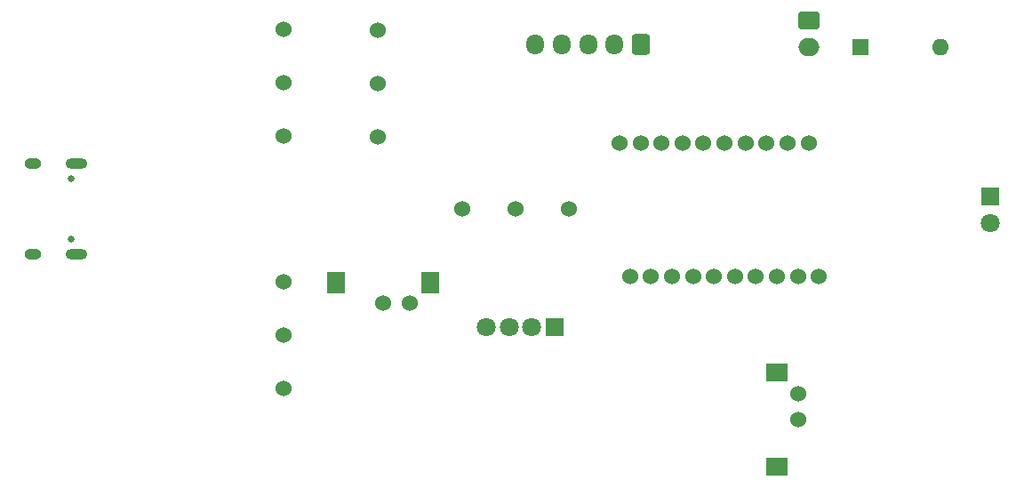
<source format=gbr>
%TF.GenerationSoftware,KiCad,Pcbnew,7.0.8*%
%TF.CreationDate,2024-01-02T21:28:18+01:00*%
%TF.ProjectId,Computer Mouse,436f6d70-7574-4657-9220-4d6f7573652e,rev?*%
%TF.SameCoordinates,Original*%
%TF.FileFunction,Soldermask,Bot*%
%TF.FilePolarity,Negative*%
%FSLAX46Y46*%
G04 Gerber Fmt 4.6, Leading zero omitted, Abs format (unit mm)*
G04 Created by KiCad (PCBNEW 7.0.8) date 2024-01-02 21:28:18*
%MOMM*%
%LPD*%
G01*
G04 APERTURE LIST*
G04 Aperture macros list*
%AMRoundRect*
0 Rectangle with rounded corners*
0 $1 Rounding radius*
0 $2 $3 $4 $5 $6 $7 $8 $9 X,Y pos of 4 corners*
0 Add a 4 corners polygon primitive as box body*
4,1,4,$2,$3,$4,$5,$6,$7,$8,$9,$2,$3,0*
0 Add four circle primitives for the rounded corners*
1,1,$1+$1,$2,$3*
1,1,$1+$1,$4,$5*
1,1,$1+$1,$6,$7*
1,1,$1+$1,$8,$9*
0 Add four rect primitives between the rounded corners*
20,1,$1+$1,$2,$3,$4,$5,0*
20,1,$1+$1,$4,$5,$6,$7,0*
20,1,$1+$1,$6,$7,$8,$9,0*
20,1,$1+$1,$8,$9,$2,$3,0*%
G04 Aperture macros list end*
%ADD10R,1.800000X2.100000*%
%ADD11C,1.524000*%
%ADD12R,1.800000X1.800000*%
%ADD13C,1.800000*%
%ADD14R,2.100000X1.800000*%
%ADD15C,0.650000*%
%ADD16O,2.100000X1.000000*%
%ADD17O,1.600000X1.000000*%
%ADD18RoundRect,0.250000X-0.750000X0.600000X-0.750000X-0.600000X0.750000X-0.600000X0.750000X0.600000X0*%
%ADD19O,2.000000X1.700000*%
%ADD20RoundRect,0.250000X0.600000X0.725000X-0.600000X0.725000X-0.600000X-0.725000X0.600000X-0.725000X0*%
%ADD21O,1.700000X1.950000*%
%ADD22R,1.600000X1.600000*%
%ADD23O,1.600000X1.600000*%
G04 APERTURE END LIST*
D10*
%TO.C,SW4*%
X109975000Y-107920000D03*
X118975000Y-107920000D03*
D11*
X114475000Y-109920000D03*
X116975000Y-109920000D03*
%TD*%
D12*
%TO.C,D1*%
X130790000Y-112200000D03*
D13*
X128631000Y-112200000D03*
X126472000Y-112200000D03*
X124313000Y-112200000D03*
%TD*%
D11*
%TO.C,SW2*%
X113975000Y-83920000D03*
X113975000Y-89000000D03*
X113975000Y-94080000D03*
%TD*%
%TO.C,SW5*%
X132135000Y-100920000D03*
X127055000Y-100920000D03*
X121975000Y-100920000D03*
%TD*%
D14*
%TO.C,SW7*%
X151975000Y-125500000D03*
X151975000Y-116500000D03*
D11*
X153975000Y-121000000D03*
X153975000Y-118500000D03*
%TD*%
D15*
%TO.C,J2*%
X84740000Y-98030000D03*
X84740000Y-103810000D03*
D16*
X85270000Y-96600000D03*
D17*
X81090000Y-96600000D03*
D16*
X85270000Y-105240000D03*
D17*
X81090000Y-105240000D03*
%TD*%
D18*
%TO.C,J3*%
X154975000Y-83000000D03*
D19*
X154975000Y-85500000D03*
%TD*%
D12*
%TO.C,D2*%
X172275000Y-99725000D03*
D13*
X172275000Y-102265000D03*
%TD*%
D11*
%TO.C,U9*%
X154975000Y-94625000D03*
X152975000Y-94625000D03*
X150975000Y-94625000D03*
X148975000Y-94625000D03*
X146975000Y-94625000D03*
X144975000Y-94625000D03*
X142975000Y-94625000D03*
X140975000Y-94625000D03*
X138975000Y-94625000D03*
X137000000Y-94625000D03*
X137975000Y-107375000D03*
X139975000Y-107375000D03*
X141975000Y-107375000D03*
X143975000Y-107375000D03*
X145975000Y-107375000D03*
X147975000Y-107375000D03*
X149975000Y-107375000D03*
X151975000Y-107375000D03*
X153975000Y-107375000D03*
X155975000Y-107375000D03*
%TD*%
%TO.C,SW3*%
X104975000Y-83840000D03*
X104975000Y-88920000D03*
X104975000Y-94000000D03*
%TD*%
%TO.C,SW6*%
X104975000Y-118000000D03*
X104975000Y-112920000D03*
X104975000Y-107840000D03*
%TD*%
D20*
%TO.C,J1*%
X138975000Y-85300000D03*
D21*
X136475000Y-85300000D03*
X133975000Y-85300000D03*
X131475000Y-85300000D03*
X128975000Y-85300000D03*
%TD*%
D22*
%TO.C,SW1*%
X159900000Y-85550000D03*
D23*
X167520000Y-85550000D03*
%TD*%
M02*

</source>
